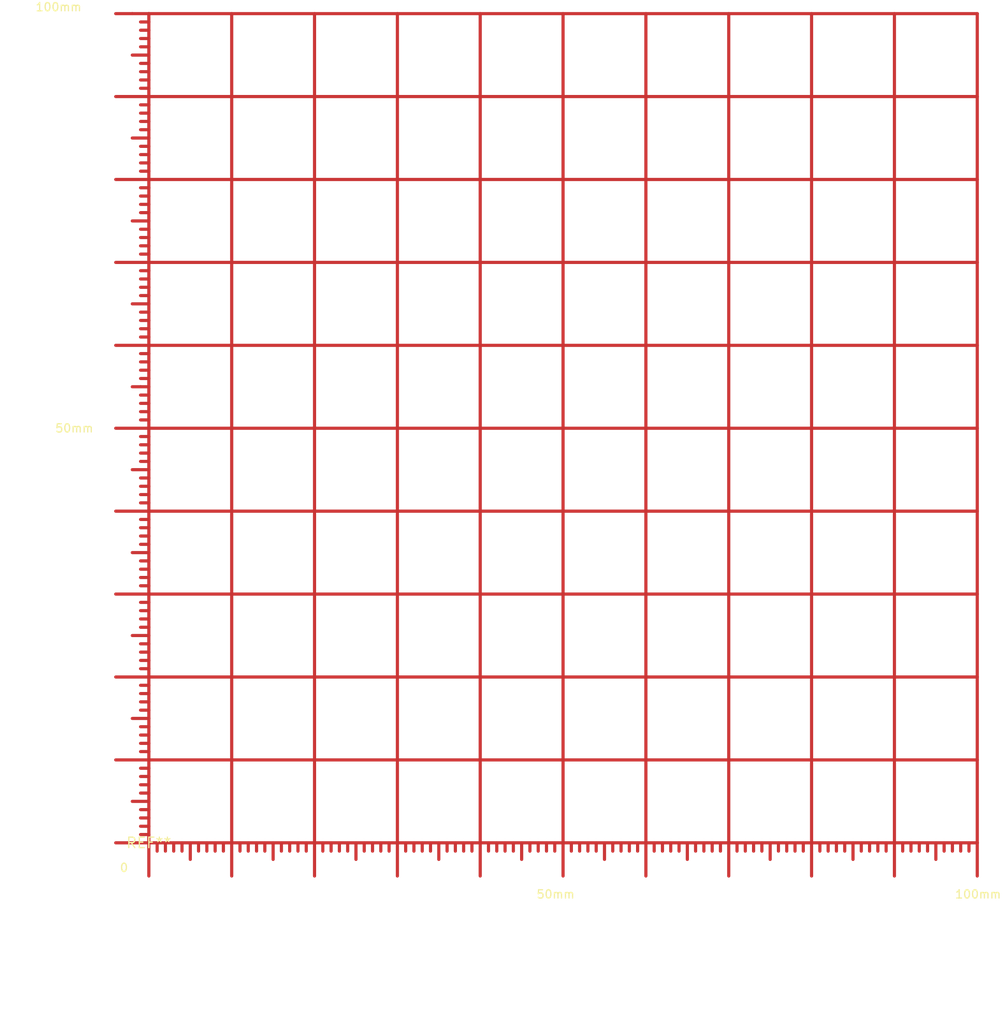
<source format=kicad_pcb>
(kicad_pcb (version 20240108) (generator pcbnew)
  (layers (0 "F.Cu" signal) (31 "B.Cu" signal) (34 "B.Paste" user) (35 "F.Paste" user) (36 "B.SilkS" user "B.Silkscreen") (37 "F.SilkS" user "F.Silkscreen") (38 "B.Mask" user) (39 "F.Mask" user) (44 "Edge.Cuts" user))
  (net 0 "")
  (footprint "Gauge_100mm_Grid_Type1_CopperTop" (layer "F.Cu") (at 0 0)
    (property "Reference" "REF**")
    (property "Value" "Gauge_100mm_Grid_Type1_CopperTop")
    (fp_line (start -1.99898 -99.9998) (end -4.0005 -99.9998) (layer "F.Cu") (stroke (width 0.381)))
    (fp_line (start -1.00076 -55.00116) (end -1.99898 -55.00116) (layer "F.Cu") (stroke (width 0.381)))
    (fp_line (start 0 -99.9998) (end -1.99898 -99.9998) (layer "F.Cu") (stroke (width 0.381)))
    (fp_line (start 0 -99.9998) (end 99.9998 -99.9998) (layer "F.Cu") (stroke (width 0.381)))
    (fp_line (start 0 -98.99904) (end -1.00076 -98.99904) (layer "F.Cu") (stroke (width 0.381)))
    (fp_line (start 0 -98.00082) (end -1.00076 -98.00082) (layer "F.Cu") (stroke (width 0.381)))
    (fp_line (start 0 -97.00006) (end -1.00076 -97.00006) (layer "F.Cu") (stroke (width 0.381)))
    (fp_line (start 0 -95.9993) (end -1.00076 -95.9993) (layer "F.Cu") (stroke (width 0.381)))
    (fp_line (start 0 -95.00108) (end -1.99898 -95.00108) (layer "F.Cu") (stroke (width 0.381)))
    (fp_line (start 0 -94.00032) (end -1.00076 -94.00032) (layer "F.Cu") (stroke (width 0.381)))
    (fp_line (start 0 -92.99956) (end -1.00076 -92.99956) (layer "F.Cu") (stroke (width 0.381)))
    (fp_line (start 0 -91.9988) (end -1.00076 -91.9988) (layer "F.Cu") (stroke (width 0.381)))
    (fp_line (start 0 -91.00058) (end -1.00076 -91.00058) (layer "F.Cu") (stroke (width 0.381)))
    (fp_line (start 0 -89.99982) (end -4.0005 -89.99982) (layer "F.Cu") (stroke (width 0.381)))
    (fp_line (start 0 -89.99982) (end 99.9998 -89.99982) (layer "F.Cu") (stroke (width 0.381)))
    (fp_line (start 0 -88.99906) (end -1.00076 -88.99906) (layer "F.Cu") (stroke (width 0.381)))
    (fp_line (start 0 -88.00084) (end -1.00076 -88.00084) (layer "F.Cu") (stroke (width 0.381)))
    (fp_line (start 0 -87.00008) (end -1.00076 -87.00008) (layer "F.Cu") (stroke (width 0.381)))
    (fp_line (start 0 -85.99932) (end -1.00076 -85.99932) (layer "F.Cu") (stroke (width 0.381)))
    (fp_line (start 0 -85.0011) (end -1.99898 -85.0011) (layer "F.Cu") (stroke (width 0.381)))
    (fp_line (start 0 -84.00034) (end -1.00076 -84.00034) (layer "F.Cu") (stroke (width 0.381)))
    (fp_line (start 0 -82.99958) (end -1.00076 -82.99958) (layer "F.Cu") (stroke (width 0.381)))
    (fp_line (start 0 -81.99882) (end -1.00076 -81.99882) (layer "F.Cu") (stroke (width 0.381)))
    (fp_line (start 0 -81.0006) (end -1.00076 -81.0006) (layer "F.Cu") (stroke (width 0.381)))
    (fp_line (start 0 -79.99984) (end -4.0005 -79.99984) (layer "F.Cu") (stroke (width 0.381)))
    (fp_line (start 0 -79.99984) (end 99.9998 -79.99984) (layer "F.Cu") (stroke (width 0.381)))
    (fp_line (start 0 -78.99908) (end -1.00076 -78.99908) (layer "F.Cu") (stroke (width 0.381)))
    (fp_line (start 0 -78.00086) (end -1.00076 -78.00086) (layer "F.Cu") (stroke (width 0.381)))
    (fp_line (start 0 -77.0001) (end -1.00076 -77.0001) (layer "F.Cu") (stroke (width 0.381)))
    (fp_line (start 0 -75.99934) (end -1.00076 -75.99934) (layer "F.Cu") (stroke (width 0.381)))
    (fp_line (start 0 -75.00112) (end -1.99898 -75.00112) (layer "F.Cu") (stroke (width 0.381)))
    (fp_line (start 0 -74.00036) (end -1.00076 -74.00036) (layer "F.Cu") (stroke (width 0.381)))
    (fp_line (start 0 -72.9996) (end -1.00076 -72.9996) (layer "F.Cu") (stroke (width 0.381)))
    (fp_line (start 0 -71.99884) (end -1.00076 -71.99884) (layer "F.Cu") (stroke (width 0.381)))
    (fp_line (start 0 -71.00062) (end -1.00076 -71.00062) (layer "F.Cu") (stroke (width 0.381)))
    (fp_line (start 0 -69.99986) (end -4.0005 -69.99986) (layer "F.Cu") (stroke (width 0.381)))
    (fp_line (start 0 -69.99986) (end 99.9998 -69.99986) (layer "F.Cu") (stroke (width 0.381)))
    (fp_line (start 0 -68.9991) (end -1.00076 -68.9991) (layer "F.Cu") (stroke (width 0.381)))
    (fp_line (start 0 -68.00088) (end -1.00076 -68.00088) (layer "F.Cu") (stroke (width 0.381)))
    (fp_line (start 0 -67.00012) (end -1.00076 -67.00012) (layer "F.Cu") (stroke (width 0.381)))
    (fp_line (start 0 -65.99936) (end -1.00076 -65.99936) (layer "F.Cu") (stroke (width 0.381)))
    (fp_line (start 0 -65.00114) (end -1.99898 -65.00114) (layer "F.Cu") (stroke (width 0.381)))
    (fp_line (start 0 -64.00038) (end -1.00076 -64.00038) (layer "F.Cu") (stroke (width 0.381)))
    (fp_line (start 0 -62.99962) (end -1.00076 -62.99962) (layer "F.Cu") (stroke (width 0.381)))
    (fp_line (start 0 -61.99886) (end -1.00076 -61.99886) (layer "F.Cu") (stroke (width 0.381)))
    (fp_line (start 0 -61.00064) (end -1.00076 -61.00064) (layer "F.Cu") (stroke (width 0.381)))
    (fp_line (start 0 -59.99988) (end -4.0005 -59.99988) (layer "F.Cu") (stroke (width 0.381)))
    (fp_line (start 0 -59.99988) (end 99.9998 -59.99988) (layer "F.Cu") (stroke (width 0.381)))
    (fp_line (start 0 -58.99912) (end -1.00076 -58.99912) (layer "F.Cu") (stroke (width 0.381)))
    (fp_line (start 0 -58.0009) (end -1.00076 -58.0009) (layer "F.Cu") (stroke (width 0.381)))
    (fp_line (start 0 -57.00014) (end -1.00076 -57.00014) (layer "F.Cu") (stroke (width 0.381)))
    (fp_line (start 0 -55.99938) (end -1.00076 -55.99938) (layer "F.Cu") (stroke (width 0.381)))
    (fp_line (start 0 -55.00116) (end -1.00076 -55.00116) (layer "F.Cu") (stroke (width 0.381)))
    (fp_line (start 0 -54.0004) (end -1.00076 -54.0004) (layer "F.Cu") (stroke (width 0.381)))
    (fp_line (start 0 -52.99964) (end -1.00076 -52.99964) (layer "F.Cu") (stroke (width 0.381)))
    (fp_line (start 0 -51.99888) (end -1.00076 -51.99888) (layer "F.Cu") (stroke (width 0.381)))
    (fp_line (start 0 -51.00066) (end -1.00076 -51.00066) (layer "F.Cu") (stroke (width 0.381)))
    (fp_line (start 0 -49.9999) (end -4.0005 -49.9999) (layer "F.Cu") (stroke (width 0.381)))
    (fp_line (start 0 -49.9999) (end 99.9998 -49.9999) (layer "F.Cu") (stroke (width 0.381)))
    (fp_line (start 0 -48.99914) (end -1.00076 -48.99914) (layer "F.Cu") (stroke (width 0.381)))
    (fp_line (start 0 -48.00092) (end -1.00076 -48.00092) (layer "F.Cu") (stroke (width 0.381)))
    (fp_line (start 0 -47.00016) (end -1.00076 -47.00016) (layer "F.Cu") (stroke (width 0.381)))
    (fp_line (start 0 -45.9994) (end -1.00076 -45.9994) (layer "F.Cu") (stroke (width 0.381)))
    (fp_line (start 0 -45.00118) (end -1.99898 -45.00118) (layer "F.Cu") (stroke (width 0.381)))
    (fp_line (start 0 -44.00042) (end -1.00076 -44.00042) (layer "F.Cu") (stroke (width 0.381)))
    (fp_line (start 0 -42.99966) (end -1.00076 -42.99966) (layer "F.Cu") (stroke (width 0.381)))
    (fp_line (start 0 -41.9989) (end -1.00076 -41.9989) (layer "F.Cu") (stroke (width 0.381)))
    (fp_line (start 0 -41.00068) (end -1.00076 -41.00068) (layer "F.Cu") (stroke (width 0.381)))
    (fp_line (start 0 -39.99992) (end -4.0005 -39.99992) (layer "F.Cu") (stroke (width 0.381)))
    (fp_line (start 0 -39.99992) (end 99.9998 -39.99992) (layer "F.Cu") (stroke (width 0.381)))
    (fp_line (start 0 -38.99916) (end -1.00076 -38.99916) (layer "F.Cu") (stroke (width 0.381)))
    (fp_line (start 0 -38.00094) (end -1.00076 -38.00094) (layer "F.Cu") (stroke (width 0.381)))
    (fp_line (start 0 -37.00018) (end -1.00076 -37.00018) (layer "F.Cu") (stroke (width 0.381)))
    (fp_line (start 0 -35.99942) (end -1.00076 -35.99942) (layer "F.Cu") (stroke (width 0.381)))
    (fp_line (start 0 -35.0012) (end -1.99898 -35.0012) (layer "F.Cu") (stroke (width 0.381)))
    (fp_line (start 0 -34.00044) (end -1.00076 -34.00044) (layer "F.Cu") (stroke (width 0.381)))
    (fp_line (start 0 -32.99968) (end -1.00076 -32.99968) (layer "F.Cu") (stroke (width 0.381)))
    (fp_line (start 0 -31.99892) (end -1.00076 -31.99892) (layer "F.Cu") (stroke (width 0.381)))
    (fp_line (start 0 -31.0007) (end -1.00076 -31.0007) (layer "F.Cu") (stroke (width 0.381)))
    (fp_line (start 0 -29.99994) (end -4.0005 -29.99994) (layer "F.Cu") (stroke (width 0.381)))
    (fp_line (start 0 -29.99994) (end 99.9998 -29.99994) (layer "F.Cu") (stroke (width 0.381)))
    (fp_line (start 0 -28.99918) (end -1.00076 -28.99918) (layer "F.Cu") (stroke (width 0.381)))
    (fp_line (start 0 -28.00096) (end -1.00076 -28.00096) (layer "F.Cu") (stroke (width 0.381)))
    (fp_line (start 0 -27.0002) (end -1.00076 -27.0002) (layer "F.Cu") (stroke (width 0.381)))
    (fp_line (start 0 -25.99944) (end -1.00076 -25.99944) (layer "F.Cu") (stroke (width 0.381)))
    (fp_line (start 0 -25.00122) (end -1.99898 -25.00122) (layer "F.Cu") (stroke (width 0.381)))
    (fp_line (start 0 -24.00046) (end -1.00076 -24.00046) (layer "F.Cu") (stroke (width 0.381)))
    (fp_line (start 0 -22.9997) (end -1.00076 -22.9997) (layer "F.Cu") (stroke (width 0.381)))
    (fp_line (start 0 -21.99894) (end -1.00076 -21.99894) (layer "F.Cu") (stroke (width 0.381)))
    (fp_line (start 0 -21.00072) (end -1.00076 -21.00072) (layer "F.Cu") (stroke (width 0.381)))
    (fp_line (start 0 -19.99996) (end -4.0005 -19.99996) (layer "F.Cu") (stroke (width 0.381)))
    (fp_line (start 0 -19.99996) (end 99.9998 -19.99996) (layer "F.Cu") (stroke (width 0.381)))
    (fp_line (start 0 -18.9992) (end -1.00076 -18.9992) (layer "F.Cu") (stroke (width 0.381)))
    (fp_line (start 0 -18.00098) (end -1.00076 -18.00098) (layer "F.Cu") (stroke (width 0.381)))
    (fp_line (start 0 -17.00022) (end -1.00076 -17.00022) (layer "F.Cu") (stroke (width 0.381)))
    (fp_line (start 0 -15.99946) (end -1.00076 -15.99946) (layer "F.Cu") (stroke (width 0.381)))
    (fp_line (start 0 -15.00124) (end -1.99898 -15.00124) (layer "F.Cu") (stroke (width 0.381)))
    (fp_line (start 0 -14.00048) (end -1.00076 -14.00048) (layer "F.Cu") (stroke (width 0.381)))
    (fp_line (start 0 -12.99972) (end -1.00076 -12.99972) (layer "F.Cu") (stroke (width 0.381)))
    (fp_line (start 0 -11.99896) (end -1.00076 -11.99896) (layer "F.Cu") (stroke (width 0.381)))
    (fp_line (start 0 -11.00074) (end -1.00076 -11.00074) (layer "F.Cu") (stroke (width 0.381)))
    (fp_line (start 0 -9.99998) (end -4.0005 -9.99998) (layer "F.Cu") (stroke (width 0.381)))
    (fp_line (start 0 -9.99998) (end 99.9998 -9.99998) (layer "F.Cu") (stroke (width 0.381)))
    (fp_line (start 0 -8.99922) (end -1.00076 -8.99922) (layer "F.Cu") (stroke (width 0.381)))
    (fp_line (start 0 -8.001) (end -1.00076 -8.001) (layer "F.Cu") (stroke (width 0.381)))
    (fp_line (start 0 -7.00024) (end -1.00076 -7.00024) (layer "F.Cu") (stroke (width 0.381)))
    (fp_line (start 0 -5.99948) (end -1.00076 -5.99948) (layer "F.Cu") (stroke (width 0.381)))
    (fp_line (start 0 -5.00126) (end -1.99898 -5.00126) (layer "F.Cu") (stroke (width 0.381)))
    (fp_line (start 0 -4.0005) (end -1.00076 -4.0005) (layer "F.Cu") (stroke (width 0.381)))
    (fp_line (start 0 -2.99974) (end -1.00076 -2.99974) (layer "F.Cu") (stroke (width 0.381)))
    (fp_line (start 0 -1.99898) (end -1.00076 -1.99898) (layer "F.Cu") (stroke (width 0.381)))
    (fp_line (start 0 -1.00076) (end -1.00076 -1.00076) (layer "F.Cu") (stroke (width 0.381)))
    (fp_line (start 0 0) (end -4.0005 0) (layer "F.Cu") (stroke (width 0.381)))
    (fp_line (start 0 0) (end 0 -99.9998) (layer "F.Cu") (stroke (width 0.381)))
    (fp_line (start 0 0) (end 0 4.0005) (layer "F.Cu") (stroke (width 0.381)))
    (fp_line (start 0 0) (end 99.9998 0) (layer "F.Cu") (stroke (width 0.381)))
    (fp_line (start 1.00076 0) (end 1.00076 1.00076) (layer "F.Cu") (stroke (width 0.381)))
    (fp_line (start 1.99898 0) (end 1.99898 1.00076) (layer "F.Cu") (stroke (width 0.381)))
    (fp_line (start 2.99974 0) (end 2.99974 1.00076) (layer "F.Cu") (stroke (width 0.381)))
    (fp_line (start 4.0005 0) (end 4.0005 1.00076) (layer "F.Cu") (stroke (width 0.381)))
    (fp_line (start 5.00126 0) (end 5.00126 1.99898) (layer "F.Cu") (stroke (width 0.381)))
    (fp_line (start 5.99948 0) (end 5.99948 1.00076) (layer "F.Cu") (stroke (width 0.381)))
    (fp_line (start 7.00024 0) (end 7.00024 1.00076) (layer "F.Cu") (stroke (width 0.381)))
    (fp_line (start 8.001 0) (end 8.001 1.00076) (layer "F.Cu") (stroke (width 0.381)))
    (fp_line (start 8.99922 0) (end 8.99922 1.00076) (layer "F.Cu") (stroke (width 0.381)))
    (fp_line (start 9.99998 0) (end 9.99998 -99.9998) (layer "F.Cu") (stroke (width 0.381)))
    (fp_line (start 9.99998 0) (end 9.99998 4.0005) (layer "F.Cu") (stroke (width 0.381)))
    (fp_line (start 11.00074 0) (end 11.00074 1.00076) (layer "F.Cu") (stroke (width 0.381)))
    (fp_line (start 11.99896 0) (end 11.99896 1.00076) (layer "F.Cu") (stroke (width 0.381)))
    (fp_line (start 12.99972 0) (end 12.99972 1.00076) (layer "F.Cu") (stroke (width 0.381)))
    (fp_line (start 14.00048 0) (end 14.00048 1.00076) (layer "F.Cu") (stroke (width 0.381)))
    (fp_line (start 15.00124 0) (end 15.00124 1.99898) (layer "F.Cu") (stroke (width 0.381)))
    (fp_line (start 15.99946 0) (end 15.99946 1.00076) (layer "F.Cu") (stroke (width 0.381)))
    (fp_line (start 17.00022 0) (end 17.00022 1.00076) (layer "F.Cu") (stroke (width 0.381)))
    (fp_line (start 18.00098 0) (end 18.00098 1.00076) (layer "F.Cu") (stroke (width 0.381)))
    (fp_line (start 18.9992 0) (end 18.9992 1.00076) (layer "F.Cu") (stroke (width 0.381)))
    (fp_line (start 19.99996 0) (end 19.99996 -99.9998) (layer "F.Cu") (stroke (width 0.381)))
    (fp_line (start 19.99996 0) (end 19.99996 4.0005) (layer "F.Cu") (stroke (width 0.381)))
    (fp_line (start 21.00072 0) (end 21.00072 1.00076) (layer "F.Cu") (stroke (width 0.381)))
    (fp_line (start 21.99894 0) (end 21.99894 1.00076) (layer "F.Cu") (stroke (width 0.381)))
    (fp_line (start 22.9997 0) (end 22.9997 1.00076) (layer "F.Cu") (stroke (width 0.381)))
    (fp_line (start 24.00046 0) (end 24.00046 1.00076) (layer "F.Cu") (stroke (width 0.381)))
    (fp_line (start 25.00122 0) (end 25.00122 1.99898) (layer "F.Cu") (stroke (width 0.381)))
    (fp_line (start 25.99944 0) (end 25.99944 1.00076) (layer "F.Cu") (stroke (width 0.381)))
    (fp_line (start 27.0002 0) (end 27.0002 1.00076) (layer "F.Cu") (stroke (width 0.381)))
    (fp_line (start 28.00096 0) (end 28.00096 1.00076) (layer "F.Cu") (stroke (width 0.381)))
    (fp_line (start 28.99918 0) (end 28.99918 1.00076) (layer "F.Cu") (stroke (width 0.381)))
    (fp_line (start 29.99994 0) (end 29.99994 -99.9998) (layer "F.Cu") (stroke (width 0.381)))
    (fp_line (start 29.99994 0) (end 29.99994 4.0005) (layer "F.Cu") (stroke (width 0.381)))
    (fp_line (start 31.0007 0) (end 31.0007 1.00076) (layer "F.Cu") (stroke (width 0.381)))
    (fp_line (start 31.99892 0) (end 31.99892 1.00076) (layer "F.Cu") (stroke (width 0.381)))
    (fp_line (start 32.99968 0) (end 32.99968 1.00076) (layer "F.Cu") (stroke (width 0.381)))
    (fp_line (start 34.00044 0) (end 34.00044 1.00076) (layer "F.Cu") (stroke (width 0.381)))
    (fp_line (start 35.0012 0) (end 35.0012 1.99898) (layer "F.Cu") (stroke (width 0.381)))
    (fp_line (start 35.99942 0) (end 35.99942 1.00076) (layer "F.Cu") (stroke (width 0.381)))
    (fp_line (start 37.00018 0) (end 37.00018 1.00076) (layer "F.Cu") (stroke (width 0.381)))
    (fp_line (start 38.00094 0) (end 38.00094 1.00076) (layer "F.Cu") (stroke (width 0.381)))
    (fp_line (start 38.99916 0) (end 38.99916 1.00076) (layer "F.Cu") (stroke (width 0.381)))
    (fp_line (start 39.99992 0) (end 39.99992 -99.9998) (layer "F.Cu") (stroke (width 0.381)))
    (fp_line (start 39.99992 0) (end 39.99992 4.0005) (layer "F.Cu") (stroke (width 0.381)))
    (fp_line (start 41.00068 0) (end 41.00068 1.00076) (layer "F.Cu") (stroke (width 0.381)))
    (fp_line (start 41.9989 0) (end 41.9989 1.00076) (layer "F.Cu") (stroke (width 0.381)))
    (fp_line (start 42.99966 0) (end 42.99966 1.00076) (layer "F.Cu") (stroke (width 0.381)))
    (fp_line (start 44.00042 0) (end 44.00042 1.00076) (layer "F.Cu") (stroke (width 0.381)))
    (fp_line (start 45.00118 0) (end 45.00118 1.99898) (layer "F.Cu") (stroke (width 0.381)))
    (fp_line (start 45.9994 0) (end 45.9994 1.00076) (layer "F.Cu") (stroke (width 0.381)))
    (fp_line (start 47.00016 0) (end 47.00016 1.00076) (layer "F.Cu") (stroke (width 0.381)))
    (fp_line (start 48.00092 0) (end 48.00092 1.00076) (layer "F.Cu") (stroke (width 0.381)))
    (fp_line (start 48.99914 0) (end 48.99914 1.00076) (layer "F.Cu") (stroke (width 0.381)))
    (fp_line (start 49.9999 0) (end 49.9999 -99.9998) (layer "F.Cu") (stroke (width 0.381)))
    (fp_line (start 49.9999 0) (end 49.9999 4.0005) (layer "F.Cu") (stroke (width 0.381)))
    (fp_line (start 51.00066 0) (end 51.00066 1.00076) (layer "F.Cu") (stroke (width 0.381)))
    (fp_line (start 51.99888 0) (end 51.99888 1.00076) (layer "F.Cu") (stroke (width 0.381)))
    (fp_line (start 52.99964 0) (end 52.99964 1.00076) (layer "F.Cu") (stroke (width 0.381)))
    (fp_line (start 54.0004 0) (end 54.0004 1.00076) (layer "F.Cu") (stroke (width 0.381)))
    (fp_line (start 55.00116 0) (end 55.00116 1.99898) (layer "F.Cu") (stroke (width 0.381)))
    (fp_line (start 55.99938 0) (end 55.99938 1.00076) (layer "F.Cu") (stroke (width 0.381)))
    (fp_line (start 57.00014 0) (end 57.00014 1.00076) (layer "F.Cu") (stroke (width 0.381)))
    (fp_line (start 58.0009 0) (end 58.0009 1.00076) (layer "F.Cu") (stroke (width 0.381)))
    (fp_line (start 58.99912 0) (end 58.99912 1.00076) (layer "F.Cu") (stroke (width 0.381)))
    (fp_line (start 59.99988 -99.9998) (end 59.99988 0) (layer "F.Cu") (stroke (width 0.381)))
    (fp_line (start 59.99988 0) (end 59.99988 4.0005) (layer "F.Cu") (stroke (width 0.381)))
    (fp_line (start 61.00064 0) (end 61.00064 1.00076) (layer "F.Cu") (stroke (width 0.381)))
    (fp_line (start 61.99886 0) (end 61.99886 1.00076) (layer "F.Cu") (stroke (width 0.381)))
    (fp_line (start 62.99962 0) (end 62.99962 1.00076) (layer "F.Cu") (stroke (width 0.381)))
    (fp_line (start 64.00038 0) (end 64.00038 1.00076) (layer "F.Cu") (stroke (width 0.381)))
    (fp_line (start 65.00114 0) (end 65.00114 1.99898) (layer "F.Cu") (stroke (width 0.381)))
    (fp_line (start 65.99936 0) (end 65.99936 1.00076) (layer "F.Cu") (stroke (width 0.381)))
    (fp_line (start 67.00012 0) (end 67.00012 1.00076) (layer "F.Cu") (stroke (width 0.381)))
    (fp_line (start 68.00088 0) (end 68.00088 1.00076) (layer "F.Cu") (stroke (width 0.381)))
    (fp_line (start 68.9991 0) (end 68.9991 1.00076) (layer "F.Cu") (stroke (width 0.381)))
    (fp_line (start 69.99986 0) (end 69.99986 -99.9998) (layer "F.Cu") (stroke (width 0.381)))
    (fp_line (start 69.99986 0) (end 69.99986 4.0005) (layer "F.Cu") (stroke (width 0.381)))
    (fp_line (start 71.00062 0) (end 71.00062 1.00076) (layer "F.Cu") (stroke (width 0.381)))
    (fp_line (start 71.99884 0) (end 71.99884 1.00076) (layer "F.Cu") (stroke (width 0.381)))
    (fp_line (start 72.9996 0) (end 72.9996 1.00076) (layer "F.Cu") (stroke (width 0.381)))
    (fp_line (start 74.00036 0) (end 74.00036 1.00076) (layer "F.Cu") (stroke (width 0.381)))
    (fp_line (start 75.00112 0) (end 75.00112 1.99898) (layer "F.Cu") (stroke (width 0.381)))
    (fp_line (start 75.99934 0) (end 75.99934 1.00076) (layer "F.Cu") (stroke (width 0.381)))
    (fp_line (start 77.0001 0) (end 77.0001 1.00076) (layer "F.Cu") (stroke (width 0.381)))
    (fp_line (start 78.00086 0) (end 78.00086 1.00076) (layer "F.Cu") (stroke (width 0.381)))
    (fp_line (start 78.99908 0) (end 78.99908 1.00076) (layer "F.Cu") (stroke (width 0.381)))
    (fp_line (start 79.99984 -99.9998) (end 79.99984 0) (layer "F.Cu") (stroke (width 0.381)))
    (fp_line (start 79.99984 0) (end 79.99984 4.0005) (layer "F.Cu") (stroke (width 0.381)))
    (fp_line (start 81.0006 0) (end 81.0006 1.00076) (layer "F.Cu") (stroke (width 0.381)))
    (fp_line (start 81.99882 0) (end 81.99882 1.00076) (layer "F.Cu") (stroke (width 0.381)))
    (fp_line (start 82.99958 0) (end 82.99958 1.00076) (layer "F.Cu") (stroke (width 0.381)))
    (fp_line (start 84.00034 0) (end 84.00034 1.00076) (layer "F.Cu") (stroke (width 0.381)))
    (fp_line (start 85.0011 0) (end 85.0011 1.99898) (layer "F.Cu") (stroke (width 0.381)))
    (fp_line (start 85.99932 0) (end 85.99932 1.00076) (layer "F.Cu") (stroke (width 0.381)))
    (fp_line (start 87.00008 0) (end 87.00008 1.00076) (layer "F.Cu") (stroke (width 0.381)))
    (fp_line (start 88.00084 0) (end 88.00084 1.00076) (layer "F.Cu") (stroke (width 0.381)))
    (fp_line (start 88.99906 0) (end 88.99906 1.00076) (layer "F.Cu") (stroke (width 0.381)))
    (fp_line (start 89.99982 0) (end 89.99982 -99.9998) (layer "F.Cu") (stroke (width 0.381)))
    (fp_line (start 89.99982 0) (end 89.99982 4.0005) (layer "F.Cu") (stroke (width 0.381)))
    (fp_line (start 91.00058 0) (end 91.00058 1.00076) (layer "F.Cu") (stroke (width 0.381)))
    (fp_line (start 91.9988 0) (end 91.9988 1.00076) (layer "F.Cu") (stroke (width 0.381)))
    (fp_line (start 92.99956 0) (end 92.99956 1.00076) (layer "F.Cu") (stroke (width 0.381)))
    (fp_line (start 94.00032 0) (end 94.00032 1.00076) (layer "F.Cu") (stroke (width 0.381)))
    (fp_line (start 95.00108 0) (end 95.00108 1.99898) (layer "F.Cu") (stroke (width 0.381)))
    (fp_line (start 95.9993 0) (end 95.9993 1.00076) (layer "F.Cu") (stroke (width 0.381)))
    (fp_line (start 97.00006 0) (end 97.00006 1.00076) (layer "F.Cu") (stroke (width 0.381)))
    (fp_line (start 98.00082 0) (end 98.00082 1.00076) (layer "F.Cu") (stroke (width 0.381)))
    (fp_line (start 98.99904 0) (end 98.99904 1.00076) (layer "F.Cu") (stroke (width 0.381)))
    (fp_line (start 99.9998 -99.9998) (end 99.9998 0) (layer "F.Cu") (stroke (width 0.381)))
    (fp_line (start 99.9998 0) (end 99.9998 4.0005) (layer "F.Cu") (stroke (width 0.381)))
    (fp_text user "50mm" (at 49.10074 6.20268 0) (layer "F.SilkS"))
    (fp_text user "50mm" (at -8.99922 -49.9999 0) (layer "F.SilkS"))
    (fp_text user "0" (at -2.99974 2.99974 0) (layer "F.SilkS"))
    (fp_text user "100mm" (at -10.89914 -100.79736 0) (layer "F.SilkS"))
    (fp_text user "100mm" (at 100.1014 6.20268 0) (layer "F.SilkS"))
  )
)
</source>
